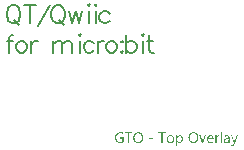
<source format=gto>
G04*
G04 #@! TF.GenerationSoftware,Altium Limited,Altium Designer,22.11.1 (43)*
G04*
G04 Layer_Color=65535*
%FSLAX44Y44*%
%MOMM*%
G71*
G04*
G04 #@! TF.SameCoordinates,218574FE-C399-4EC2-8256-894566C44971*
G04*
G04*
G04 #@! TF.FilePolarity,Positive*
G04*
G01*
G75*
%ADD19C,0.1500*%
G36*
X711144Y464698D02*
X711270Y464690D01*
X711419Y464683D01*
X711576Y464667D01*
X711756Y464643D01*
X711945Y464620D01*
X712141Y464588D01*
X712345Y464549D01*
X712549Y464502D01*
X712753Y464447D01*
X712957Y464384D01*
X713161Y464314D01*
X713350Y464227D01*
X713350Y463074D01*
X713334Y463081D01*
X713302Y463105D01*
X713240Y463136D01*
X713161Y463183D01*
X713051Y463231D01*
X712926Y463293D01*
X712784Y463348D01*
X712620Y463419D01*
X712447Y463482D01*
X712251Y463544D01*
X712039Y463599D01*
X711811Y463646D01*
X711568Y463694D01*
X711317Y463725D01*
X711058Y463749D01*
X710783Y463756D01*
X710720Y463756D01*
X710642Y463749D01*
X710532Y463741D01*
X710406Y463725D01*
X710257Y463701D01*
X710092Y463670D01*
X709912Y463631D01*
X709724Y463576D01*
X709527Y463505D01*
X709323Y463419D01*
X709111Y463317D01*
X708907Y463199D01*
X708711Y463066D01*
X708515Y462901D01*
X708326Y462720D01*
X708319Y462713D01*
X708287Y462673D01*
X708240Y462618D01*
X708177Y462532D01*
X708107Y462430D01*
X708020Y462312D01*
X707934Y462163D01*
X707848Y461998D01*
X707761Y461818D01*
X707675Y461614D01*
X707589Y461394D01*
X707518Y461158D01*
X707455Y460907D01*
X707408Y460640D01*
X707377Y460350D01*
X707369Y460052D01*
X707369Y460044D01*
X707369Y460036D01*
X707369Y460013D01*
X707369Y459981D01*
X707369Y459934D01*
X707377Y459887D01*
X707385Y459769D01*
X707392Y459628D01*
X707416Y459463D01*
X707439Y459283D01*
X707479Y459086D01*
X707526Y458875D01*
X707589Y458655D01*
X707659Y458435D01*
X707746Y458207D01*
X707848Y457988D01*
X707965Y457776D01*
X708099Y457572D01*
X708256Y457383D01*
X708264Y457375D01*
X708295Y457344D01*
X708350Y457297D01*
X708421Y457234D01*
X708507Y457164D01*
X708617Y457077D01*
X708742Y456991D01*
X708892Y456904D01*
X709056Y456810D01*
X709237Y456724D01*
X709433Y456646D01*
X709653Y456567D01*
X709880Y456504D01*
X710132Y456457D01*
X710391Y456426D01*
X710673Y456418D01*
X710775Y456418D01*
X710846Y456426D01*
X710940Y456434D01*
X711042Y456441D01*
X711160Y456449D01*
X711293Y456473D01*
X711427Y456488D01*
X711576Y456520D01*
X711874Y456591D01*
X712031Y456638D01*
X712180Y456700D01*
X712329Y456763D01*
X712478Y456834D01*
X712478Y459338D01*
X710524Y459338D01*
X710524Y460287D01*
X713530Y460287D01*
X713530Y456237D01*
X713514Y456230D01*
X713467Y456206D01*
X713397Y456167D01*
X713295Y456120D01*
X713169Y456065D01*
X713020Y456002D01*
X712847Y455931D01*
X712651Y455861D01*
X712439Y455790D01*
X712204Y455719D01*
X711960Y455657D01*
X711701Y455602D01*
X711427Y455555D01*
X711136Y455515D01*
X710846Y455492D01*
X710540Y455484D01*
X710453Y455484D01*
X710414Y455492D01*
X710359Y455492D01*
X710296Y455500D01*
X710226Y455500D01*
X710061Y455523D01*
X709873Y455547D01*
X709669Y455586D01*
X709441Y455641D01*
X709198Y455704D01*
X708947Y455782D01*
X708688Y455884D01*
X708428Y456002D01*
X708169Y456143D01*
X707918Y456308D01*
X707675Y456496D01*
X707447Y456708D01*
X707432Y456724D01*
X707400Y456763D01*
X707337Y456834D01*
X707267Y456936D01*
X707173Y457054D01*
X707078Y457203D01*
X706969Y457383D01*
X706859Y457579D01*
X706749Y457799D01*
X706639Y458050D01*
X706545Y458317D01*
X706451Y458608D01*
X706380Y458914D01*
X706317Y459251D01*
X706286Y459604D01*
X706270Y459973D01*
X706270Y459981D01*
X706270Y459997D01*
X706270Y460028D01*
X706270Y460067D01*
X706278Y460115D01*
X706278Y460177D01*
X706286Y460240D01*
X706294Y460319D01*
X706301Y460405D01*
X706309Y460491D01*
X706341Y460695D01*
X706380Y460931D01*
X706435Y461174D01*
X706506Y461441D01*
X706592Y461716D01*
X706694Y461998D01*
X706820Y462281D01*
X706976Y462563D01*
X707149Y462846D01*
X707353Y463113D01*
X707581Y463372D01*
X707597Y463387D01*
X707644Y463427D01*
X707714Y463497D01*
X707816Y463584D01*
X707950Y463678D01*
X708099Y463796D01*
X708279Y463913D01*
X708491Y464039D01*
X708719Y464165D01*
X708970Y464282D01*
X709237Y464400D01*
X709535Y464494D01*
X709849Y464580D01*
X710179Y464651D01*
X710532Y464690D01*
X710901Y464706D01*
X711042Y464706D01*
X711144Y464698D01*
X711144Y464698D02*
G37*
G36*
X761344Y462147D02*
X761430Y462140D01*
X761532Y462132D01*
X761650Y462108D01*
X761783Y462085D01*
X761932Y462045D01*
X762082Y461998D01*
X762238Y461943D01*
X762395Y461873D01*
X762560Y461794D01*
X762717Y461692D01*
X762866Y461574D01*
X763016Y461441D01*
X763149Y461292D01*
X763157Y461284D01*
X763180Y461253D01*
X763212Y461205D01*
X763259Y461135D01*
X763306Y461049D01*
X763369Y460947D01*
X763431Y460821D01*
X763494Y460687D01*
X763557Y460531D01*
X763620Y460358D01*
X763683Y460169D01*
X763730Y459966D01*
X763777Y459746D01*
X763808Y459510D01*
X763832Y459259D01*
X763840Y459000D01*
X763840Y458992D01*
X763840Y458984D01*
X763840Y458961D01*
X763840Y458929D01*
X763832Y458843D01*
X763824Y458733D01*
X763816Y458600D01*
X763800Y458443D01*
X763777Y458270D01*
X763745Y458082D01*
X763698Y457886D01*
X763651Y457674D01*
X763588Y457462D01*
X763510Y457250D01*
X763424Y457038D01*
X763322Y456826D01*
X763196Y456630D01*
X763063Y456441D01*
X763055Y456434D01*
X763023Y456402D01*
X762984Y456355D01*
X762921Y456292D01*
X762843Y456222D01*
X762749Y456135D01*
X762631Y456049D01*
X762505Y455963D01*
X762364Y455876D01*
X762199Y455790D01*
X762027Y455704D01*
X761838Y455633D01*
X761634Y455570D01*
X761414Y455523D01*
X761179Y455492D01*
X760936Y455484D01*
X760881Y455484D01*
X760818Y455492D01*
X760732Y455500D01*
X760630Y455515D01*
X760512Y455539D01*
X760378Y455570D01*
X760229Y455617D01*
X760080Y455672D01*
X759923Y455743D01*
X759766Y455829D01*
X759601Y455931D01*
X759444Y456057D01*
X759295Y456198D01*
X759154Y456363D01*
X759020Y456551D01*
X758997Y456551D01*
X758997Y452705D01*
X757977Y452705D01*
X757977Y462006D01*
X758997Y462006D01*
X758997Y460884D01*
X759020Y460884D01*
X759028Y460899D01*
X759060Y460939D01*
X759099Y461002D01*
X759162Y461080D01*
X759240Y461182D01*
X759334Y461284D01*
X759452Y461402D01*
X759578Y461520D01*
X759727Y461637D01*
X759892Y461755D01*
X760072Y461857D01*
X760268Y461959D01*
X760480Y462038D01*
X760716Y462100D01*
X760959Y462140D01*
X761226Y462155D01*
X761281Y462155D01*
X761344Y462147D01*
X761344Y462147D02*
G37*
G36*
X794198Y462108D02*
X794284Y462108D01*
X794379Y462092D01*
X794481Y462077D01*
X794583Y462061D01*
X794669Y462030D01*
X794669Y460970D01*
X794653Y460978D01*
X794622Y461002D01*
X794559Y461033D01*
X794473Y461072D01*
X794355Y461111D01*
X794229Y461143D01*
X794072Y461166D01*
X793892Y461174D01*
X793829Y461174D01*
X793782Y461166D01*
X793727Y461158D01*
X793664Y461143D01*
X793515Y461096D01*
X793429Y461064D01*
X793343Y461025D01*
X793248Y460970D01*
X793154Y460915D01*
X793068Y460844D01*
X792974Y460758D01*
X792887Y460664D01*
X792801Y460554D01*
X792793Y460546D01*
X792785Y460523D01*
X792762Y460491D01*
X792730Y460444D01*
X792699Y460381D01*
X792660Y460303D01*
X792620Y460217D01*
X792581Y460115D01*
X792542Y460005D01*
X792503Y459879D01*
X792463Y459738D01*
X792432Y459589D01*
X792401Y459424D01*
X792377Y459251D01*
X792369Y459071D01*
X792361Y458875D01*
X792361Y455633D01*
X791341Y455633D01*
X791341Y462006D01*
X792361Y462006D01*
X792361Y460687D01*
X792385Y460687D01*
X792385Y460695D01*
X792393Y460719D01*
X792409Y460750D01*
X792424Y460797D01*
X792448Y460852D01*
X792479Y460923D01*
X792550Y461072D01*
X792644Y461245D01*
X792762Y461417D01*
X792895Y461582D01*
X793052Y461739D01*
X793060Y461747D01*
X793076Y461755D01*
X793099Y461771D01*
X793130Y461802D01*
X793170Y461826D01*
X793225Y461857D01*
X793343Y461928D01*
X793492Y461998D01*
X793664Y462061D01*
X793853Y462100D01*
X793955Y462108D01*
X794057Y462116D01*
X794119Y462116D01*
X794198Y462108D01*
X794198Y462108D02*
G37*
G36*
X738504Y458780D02*
X735106Y458780D01*
X735106Y459581D01*
X738504Y459581D01*
X738504Y458780D01*
X738504Y458780D02*
G37*
G36*
X807486Y454613D02*
X807486Y454605D01*
X807478Y454589D01*
X807462Y454566D01*
X807446Y454526D01*
X807431Y454479D01*
X807407Y454432D01*
X807344Y454307D01*
X807258Y454157D01*
X807164Y453985D01*
X807046Y453812D01*
X806913Y453624D01*
X806764Y453443D01*
X806599Y453263D01*
X806418Y453090D01*
X806222Y452941D01*
X806010Y452815D01*
X805900Y452768D01*
X805782Y452721D01*
X805665Y452682D01*
X805539Y452658D01*
X805414Y452643D01*
X805280Y452635D01*
X805217Y452635D01*
X805139Y452643D01*
X805045Y452643D01*
X804943Y452658D01*
X804833Y452674D01*
X804715Y452690D01*
X804613Y452721D01*
X804613Y453632D01*
X804629Y453624D01*
X804668Y453616D01*
X804731Y453600D01*
X804809Y453577D01*
X804903Y453553D01*
X805005Y453537D01*
X805115Y453530D01*
X805217Y453522D01*
X805249Y453522D01*
X805288Y453530D01*
X805343Y453537D01*
X805406Y453553D01*
X805484Y453569D01*
X805563Y453600D01*
X805657Y453639D01*
X805743Y453687D01*
X805845Y453749D01*
X805939Y453820D01*
X806034Y453906D01*
X806128Y454016D01*
X806222Y454134D01*
X806301Y454275D01*
X806379Y454440D01*
X806889Y455641D01*
X804401Y462006D01*
X805531Y462006D01*
X807258Y457101D01*
X807258Y457093D01*
X807266Y457077D01*
X807274Y457054D01*
X807289Y457006D01*
X807305Y456944D01*
X807321Y456857D01*
X807352Y456748D01*
X807384Y456614D01*
X807423Y456614D01*
X807423Y456622D01*
X807431Y456646D01*
X807439Y456677D01*
X807454Y456732D01*
X807470Y456795D01*
X807486Y456873D01*
X807517Y456975D01*
X807548Y457085D01*
X809361Y462006D01*
X810413Y462006D01*
X807486Y454613D01*
X807486Y454613D02*
G37*
G36*
X781044Y455633D02*
X780039Y455633D01*
X777630Y462006D01*
X778744Y462006D01*
X780369Y457375D01*
X780369Y457368D01*
X780377Y457352D01*
X780384Y457328D01*
X780400Y457289D01*
X780416Y457242D01*
X780432Y457195D01*
X780463Y457069D01*
X780502Y456936D01*
X780541Y456787D01*
X780565Y456630D01*
X780589Y456481D01*
X780612Y456481D01*
X780612Y456488D01*
X780612Y456504D01*
X780620Y456528D01*
X780628Y456559D01*
X780628Y456606D01*
X780643Y456653D01*
X780659Y456771D01*
X780691Y456904D01*
X780722Y457046D01*
X780769Y457195D01*
X780816Y457344D01*
X782504Y462006D01*
X783579Y462006D01*
X781044Y455633D01*
X781044Y455633D02*
G37*
G36*
X801270Y462147D02*
X801324Y462147D01*
X801379Y462140D01*
X801450Y462132D01*
X801528Y462116D01*
X801693Y462085D01*
X801890Y462030D01*
X802086Y461959D01*
X802298Y461857D01*
X802510Y461731D01*
X802612Y461661D01*
X802714Y461574D01*
X802808Y461480D01*
X802902Y461386D01*
X802988Y461276D01*
X803067Y461151D01*
X803145Y461025D01*
X803216Y460884D01*
X803271Y460727D01*
X803326Y460562D01*
X803365Y460389D01*
X803397Y460193D01*
X803412Y459997D01*
X803420Y459777D01*
X803420Y455633D01*
X802400Y455633D01*
X802400Y456622D01*
X802376Y456622D01*
X802368Y456606D01*
X802345Y456575D01*
X802306Y456520D01*
X802251Y456441D01*
X802180Y456355D01*
X802094Y456261D01*
X802000Y456159D01*
X801882Y456057D01*
X801748Y455947D01*
X801607Y455845D01*
X801442Y455751D01*
X801270Y455664D01*
X801073Y455586D01*
X800869Y455531D01*
X800649Y455500D01*
X800414Y455484D01*
X800320Y455484D01*
X800257Y455492D01*
X800179Y455500D01*
X800084Y455507D01*
X799982Y455523D01*
X799873Y455547D01*
X799629Y455610D01*
X799511Y455649D01*
X799386Y455696D01*
X799260Y455751D01*
X799143Y455821D01*
X799033Y455900D01*
X798923Y455986D01*
X798915Y455994D01*
X798899Y456010D01*
X798876Y456041D01*
X798837Y456080D01*
X798797Y456128D01*
X798758Y456190D01*
X798703Y456261D01*
X798656Y456339D01*
X798609Y456434D01*
X798562Y456536D01*
X798515Y456646D01*
X798475Y456763D01*
X798436Y456889D01*
X798413Y457022D01*
X798397Y457171D01*
X798389Y457321D01*
X798389Y457328D01*
X798389Y457344D01*
X798389Y457368D01*
X798397Y457399D01*
X798397Y457438D01*
X798405Y457485D01*
X798420Y457603D01*
X798452Y457744D01*
X798499Y457901D01*
X798562Y458074D01*
X798656Y458255D01*
X798766Y458435D01*
X798899Y458615D01*
X798986Y458702D01*
X799072Y458788D01*
X799174Y458875D01*
X799276Y458953D01*
X799394Y459031D01*
X799519Y459102D01*
X799653Y459165D01*
X799802Y459228D01*
X799959Y459283D01*
X800124Y459330D01*
X800304Y459369D01*
X800492Y459400D01*
X802400Y459667D01*
X802400Y459675D01*
X802400Y459683D01*
X802400Y459706D01*
X802400Y459738D01*
X802392Y459816D01*
X802376Y459918D01*
X802361Y460044D01*
X802329Y460185D01*
X802290Y460326D01*
X802235Y460484D01*
X802164Y460633D01*
X802078Y460782D01*
X801976Y460915D01*
X801850Y461041D01*
X801693Y461143D01*
X801521Y461221D01*
X801426Y461253D01*
X801317Y461276D01*
X801207Y461284D01*
X801089Y461292D01*
X801034Y461292D01*
X800979Y461284D01*
X800893Y461276D01*
X800791Y461268D01*
X800673Y461253D01*
X800540Y461229D01*
X800398Y461198D01*
X800241Y461151D01*
X800077Y461104D01*
X799904Y461041D01*
X799723Y460962D01*
X799543Y460868D01*
X799362Y460766D01*
X799182Y460648D01*
X799009Y460507D01*
X799009Y461551D01*
X799017Y461559D01*
X799048Y461574D01*
X799103Y461606D01*
X799174Y461645D01*
X799268Y461692D01*
X799370Y461739D01*
X799496Y461794D01*
X799637Y461857D01*
X799786Y461912D01*
X799951Y461967D01*
X800132Y462014D01*
X800320Y462061D01*
X800524Y462100D01*
X800728Y462132D01*
X800948Y462147D01*
X801175Y462155D01*
X801230Y462155D01*
X801270Y462147D01*
X801270Y462147D02*
G37*
G36*
X796796Y455633D02*
X795776Y455633D01*
X795776Y465067D01*
X796796Y465067D01*
X796796Y455633D01*
X796796Y455633D02*
G37*
G36*
X749241Y463607D02*
X746667Y463607D01*
X746667Y455633D01*
X745623Y455633D01*
X745623Y463607D01*
X743049Y463607D01*
X743049Y464557D01*
X749241Y464557D01*
X749241Y463607D01*
X749241Y463607D02*
G37*
G36*
X720876Y463607D02*
X718302Y463607D01*
X718302Y455633D01*
X717258Y455633D01*
X717258Y463607D01*
X714684Y463607D01*
X714684Y464557D01*
X720876Y464557D01*
X720876Y463607D01*
X720876Y463607D02*
G37*
G36*
X787299Y462147D02*
X787385Y462140D01*
X787495Y462132D01*
X787613Y462116D01*
X787746Y462085D01*
X787888Y462053D01*
X788045Y462014D01*
X788202Y461959D01*
X788359Y461888D01*
X788523Y461810D01*
X788680Y461716D01*
X788829Y461606D01*
X788979Y461480D01*
X789112Y461339D01*
X789120Y461331D01*
X789144Y461300D01*
X789175Y461253D01*
X789222Y461190D01*
X789269Y461111D01*
X789332Y461009D01*
X789395Y460892D01*
X789457Y460758D01*
X789520Y460601D01*
X789583Y460436D01*
X789646Y460248D01*
X789693Y460052D01*
X789740Y459832D01*
X789771Y459604D01*
X789795Y459353D01*
X789803Y459094D01*
X789803Y458561D01*
X785298Y458561D01*
X785298Y458545D01*
X785298Y458513D01*
X785305Y458459D01*
X785313Y458388D01*
X785321Y458294D01*
X785337Y458192D01*
X785353Y458082D01*
X785384Y457956D01*
X785455Y457689D01*
X785502Y457556D01*
X785557Y457415D01*
X785619Y457281D01*
X785690Y457148D01*
X785776Y457030D01*
X785871Y456912D01*
X785878Y456904D01*
X785894Y456889D01*
X785926Y456857D01*
X785973Y456826D01*
X786028Y456779D01*
X786098Y456732D01*
X786177Y456677D01*
X786263Y456630D01*
X786365Y456575D01*
X786483Y456520D01*
X786600Y456473D01*
X786742Y456426D01*
X786883Y456394D01*
X787040Y456363D01*
X787205Y456347D01*
X787377Y456339D01*
X787425Y456339D01*
X787480Y456347D01*
X787558Y456347D01*
X787652Y456363D01*
X787762Y456379D01*
X787888Y456402D01*
X788029Y456426D01*
X788178Y456465D01*
X788335Y456512D01*
X788500Y456567D01*
X788665Y456638D01*
X788837Y456716D01*
X789010Y456810D01*
X789183Y456920D01*
X789355Y457046D01*
X789355Y456088D01*
X789348Y456080D01*
X789316Y456065D01*
X789269Y456033D01*
X789206Y455994D01*
X789120Y455947D01*
X789018Y455900D01*
X788900Y455845D01*
X788767Y455790D01*
X788610Y455727D01*
X788445Y455672D01*
X788264Y455625D01*
X788068Y455578D01*
X787856Y455539D01*
X787629Y455507D01*
X787385Y455492D01*
X787134Y455484D01*
X787071Y455484D01*
X787009Y455492D01*
X786915Y455500D01*
X786797Y455507D01*
X786663Y455531D01*
X786522Y455555D01*
X786365Y455594D01*
X786200Y455641D01*
X786028Y455696D01*
X785847Y455766D01*
X785674Y455845D01*
X785494Y455947D01*
X785329Y456065D01*
X785164Y456198D01*
X785015Y456347D01*
X785007Y456355D01*
X784984Y456386D01*
X784945Y456441D01*
X784897Y456512D01*
X784835Y456598D01*
X784772Y456708D01*
X784701Y456834D01*
X784631Y456983D01*
X784560Y457140D01*
X784489Y457328D01*
X784426Y457524D01*
X784364Y457744D01*
X784317Y457980D01*
X784277Y458231D01*
X784254Y458506D01*
X784246Y458788D01*
X784246Y458796D01*
X784246Y458804D01*
X784246Y458827D01*
X784246Y458851D01*
X784254Y458929D01*
X784262Y459039D01*
X784269Y459165D01*
X784293Y459306D01*
X784317Y459471D01*
X784348Y459651D01*
X784395Y459840D01*
X784450Y460036D01*
X784521Y460240D01*
X784599Y460444D01*
X784693Y460640D01*
X784811Y460844D01*
X784937Y461033D01*
X785086Y461213D01*
X785094Y461221D01*
X785125Y461253D01*
X785172Y461300D01*
X785235Y461362D01*
X785321Y461433D01*
X785423Y461512D01*
X785533Y461598D01*
X785667Y461684D01*
X785808Y461771D01*
X785973Y461857D01*
X786145Y461935D01*
X786326Y462006D01*
X786522Y462069D01*
X786734Y462116D01*
X786954Y462147D01*
X787181Y462155D01*
X787236Y462155D01*
X787299Y462147D01*
X787299Y462147D02*
G37*
G36*
X772975Y464698D02*
X773030Y464698D01*
X773085Y464690D01*
X773156Y464690D01*
X773313Y464667D01*
X773493Y464643D01*
X773697Y464604D01*
X773917Y464549D01*
X774145Y464486D01*
X774388Y464400D01*
X774631Y464298D01*
X774883Y464180D01*
X775134Y464039D01*
X775369Y463874D01*
X775605Y463678D01*
X775824Y463458D01*
X775840Y463442D01*
X775872Y463403D01*
X775926Y463332D01*
X776005Y463231D01*
X776083Y463105D01*
X776185Y462956D01*
X776287Y462783D01*
X776389Y462587D01*
X776491Y462359D01*
X776593Y462116D01*
X776696Y461849D01*
X776782Y461559D01*
X776852Y461245D01*
X776908Y460915D01*
X776939Y460570D01*
X776955Y460201D01*
X776955Y460193D01*
X776955Y460177D01*
X776955Y460146D01*
X776955Y460107D01*
X776947Y460052D01*
X776947Y459989D01*
X776939Y459918D01*
X776939Y459840D01*
X776931Y459753D01*
X776923Y459659D01*
X776892Y459447D01*
X776860Y459204D01*
X776813Y458953D01*
X776750Y458678D01*
X776672Y458396D01*
X776578Y458113D01*
X776468Y457823D01*
X776335Y457540D01*
X776178Y457258D01*
X775997Y456999D01*
X775793Y456748D01*
X775777Y456732D01*
X775738Y456693D01*
X775675Y456630D01*
X775581Y456551D01*
X775463Y456457D01*
X775322Y456347D01*
X775165Y456237D01*
X774977Y456120D01*
X774765Y456002D01*
X774529Y455884D01*
X774278Y455774D01*
X774004Y455680D01*
X773705Y455602D01*
X773391Y455539D01*
X773054Y455500D01*
X772701Y455484D01*
X772614Y455484D01*
X772575Y455492D01*
X772520Y455492D01*
X772457Y455500D01*
X772387Y455507D01*
X772222Y455523D01*
X772041Y455547D01*
X771829Y455586D01*
X771610Y455641D01*
X771366Y455704D01*
X771123Y455790D01*
X770872Y455892D01*
X770613Y456010D01*
X770362Y456151D01*
X770118Y456324D01*
X769875Y456512D01*
X769655Y456732D01*
X769640Y456748D01*
X769608Y456787D01*
X769553Y456857D01*
X769475Y456959D01*
X769389Y457085D01*
X769294Y457234D01*
X769192Y457407D01*
X769090Y457611D01*
X768980Y457831D01*
X768878Y458074D01*
X768784Y458341D01*
X768698Y458631D01*
X768619Y458945D01*
X768564Y459275D01*
X768533Y459620D01*
X768517Y459989D01*
X768517Y459997D01*
X768517Y460013D01*
X768517Y460044D01*
X768517Y460083D01*
X768525Y460138D01*
X768525Y460193D01*
X768533Y460264D01*
X768533Y460342D01*
X768541Y460429D01*
X768557Y460531D01*
X768580Y460735D01*
X768612Y460970D01*
X768667Y461221D01*
X768721Y461496D01*
X768800Y461771D01*
X768894Y462053D01*
X769004Y462344D01*
X769137Y462626D01*
X769294Y462901D01*
X769475Y463168D01*
X769679Y463419D01*
X769695Y463434D01*
X769734Y463474D01*
X769797Y463537D01*
X769891Y463623D01*
X770009Y463717D01*
X770158Y463827D01*
X770322Y463945D01*
X770511Y464062D01*
X770731Y464180D01*
X770966Y464298D01*
X771225Y464408D01*
X771508Y464502D01*
X771814Y464588D01*
X772135Y464651D01*
X772481Y464690D01*
X772850Y464706D01*
X772928Y464706D01*
X772975Y464698D01*
X772975Y464698D02*
G37*
G36*
X753456Y462147D02*
X753558Y462140D01*
X753676Y462132D01*
X753817Y462108D01*
X753966Y462085D01*
X754131Y462045D01*
X754311Y461998D01*
X754492Y461943D01*
X754672Y461873D01*
X754861Y461786D01*
X755041Y461684D01*
X755222Y461567D01*
X755387Y461433D01*
X755544Y461276D01*
X755551Y461268D01*
X755575Y461237D01*
X755614Y461182D01*
X755669Y461111D01*
X755732Y461025D01*
X755795Y460915D01*
X755873Y460790D01*
X755944Y460640D01*
X756022Y460476D01*
X756093Y460295D01*
X756156Y460099D01*
X756219Y459879D01*
X756273Y459644D01*
X756313Y459393D01*
X756336Y459126D01*
X756344Y458843D01*
X756344Y458835D01*
X756344Y458827D01*
X756344Y458804D01*
X756344Y458773D01*
X756336Y458694D01*
X756329Y458592D01*
X756321Y458459D01*
X756297Y458309D01*
X756273Y458145D01*
X756234Y457964D01*
X756187Y457776D01*
X756132Y457572D01*
X756062Y457368D01*
X755983Y457164D01*
X755881Y456959D01*
X755763Y456763D01*
X755630Y456575D01*
X755481Y456394D01*
X755473Y456386D01*
X755442Y456355D01*
X755395Y456308D01*
X755324Y456253D01*
X755238Y456182D01*
X755135Y456104D01*
X755010Y456026D01*
X754869Y455939D01*
X754712Y455853D01*
X754539Y455774D01*
X754351Y455696D01*
X754146Y455625D01*
X753919Y455570D01*
X753683Y455523D01*
X753440Y455492D01*
X753173Y455484D01*
X753111Y455484D01*
X753040Y455492D01*
X752938Y455500D01*
X752820Y455507D01*
X752679Y455531D01*
X752530Y455555D01*
X752365Y455594D01*
X752184Y455641D01*
X752004Y455704D01*
X751815Y455774D01*
X751627Y455861D01*
X751439Y455963D01*
X751250Y456080D01*
X751078Y456214D01*
X750913Y456371D01*
X750905Y456379D01*
X750874Y456410D01*
X750834Y456465D01*
X750779Y456536D01*
X750717Y456622D01*
X750646Y456732D01*
X750575Y456857D01*
X750497Y457006D01*
X750418Y457164D01*
X750340Y457344D01*
X750269Y457540D01*
X750207Y457752D01*
X750152Y457972D01*
X750112Y458215D01*
X750081Y458474D01*
X750073Y458741D01*
X750073Y458749D01*
X750073Y458757D01*
X750073Y458780D01*
X750073Y458812D01*
X750081Y458898D01*
X750089Y459008D01*
X750097Y459141D01*
X750120Y459298D01*
X750144Y459471D01*
X750183Y459659D01*
X750230Y459856D01*
X750285Y460060D01*
X750356Y460271D01*
X750442Y460484D01*
X750544Y460687D01*
X750654Y460884D01*
X750787Y461072D01*
X750944Y461253D01*
X750952Y461260D01*
X750984Y461292D01*
X751039Y461339D01*
X751109Y461394D01*
X751196Y461465D01*
X751305Y461535D01*
X751431Y461622D01*
X751572Y461708D01*
X751729Y461786D01*
X751910Y461873D01*
X752106Y461943D01*
X752318Y462014D01*
X752545Y462069D01*
X752789Y462116D01*
X753048Y462147D01*
X753322Y462155D01*
X753385Y462155D01*
X753456Y462147D01*
X753456Y462147D02*
G37*
G36*
X726151Y464698D02*
X726206Y464698D01*
X726261Y464690D01*
X726331Y464690D01*
X726488Y464667D01*
X726669Y464643D01*
X726873Y464604D01*
X727092Y464549D01*
X727320Y464486D01*
X727563Y464400D01*
X727807Y464298D01*
X728058Y464180D01*
X728309Y464039D01*
X728544Y463874D01*
X728780Y463678D01*
X729000Y463458D01*
X729015Y463442D01*
X729047Y463403D01*
X729102Y463332D01*
X729180Y463231D01*
X729259Y463105D01*
X729361Y462956D01*
X729463Y462783D01*
X729565Y462587D01*
X729667Y462359D01*
X729769Y462116D01*
X729871Y461849D01*
X729957Y461559D01*
X730028Y461245D01*
X730083Y460915D01*
X730114Y460570D01*
X730130Y460201D01*
X730130Y460193D01*
X730130Y460177D01*
X730130Y460146D01*
X730130Y460107D01*
X730122Y460052D01*
X730122Y459989D01*
X730114Y459918D01*
X730114Y459840D01*
X730106Y459753D01*
X730098Y459659D01*
X730067Y459447D01*
X730036Y459204D01*
X729989Y458953D01*
X729926Y458678D01*
X729847Y458396D01*
X729753Y458113D01*
X729643Y457823D01*
X729510Y457540D01*
X729353Y457258D01*
X729172Y456999D01*
X728968Y456748D01*
X728952Y456732D01*
X728913Y456693D01*
X728850Y456630D01*
X728756Y456551D01*
X728639Y456457D01*
X728497Y456347D01*
X728340Y456237D01*
X728152Y456120D01*
X727940Y456002D01*
X727705Y455884D01*
X727454Y455774D01*
X727179Y455680D01*
X726880Y455602D01*
X726567Y455539D01*
X726229Y455500D01*
X725876Y455484D01*
X725790Y455484D01*
X725750Y455492D01*
X725695Y455492D01*
X725633Y455500D01*
X725562Y455507D01*
X725397Y455523D01*
X725217Y455547D01*
X725005Y455586D01*
X724785Y455641D01*
X724542Y455704D01*
X724298Y455790D01*
X724047Y455892D01*
X723788Y456010D01*
X723537Y456151D01*
X723294Y456324D01*
X723050Y456512D01*
X722831Y456732D01*
X722815Y456748D01*
X722784Y456787D01*
X722729Y456857D01*
X722650Y456959D01*
X722564Y457085D01*
X722470Y457234D01*
X722368Y457407D01*
X722265Y457611D01*
X722156Y457831D01*
X722054Y458074D01*
X721959Y458341D01*
X721873Y458631D01*
X721795Y458945D01*
X721740Y459275D01*
X721708Y459620D01*
X721693Y459989D01*
X721693Y459997D01*
X721693Y460013D01*
X721693Y460044D01*
X721693Y460083D01*
X721700Y460138D01*
X721700Y460193D01*
X721708Y460264D01*
X721708Y460342D01*
X721716Y460429D01*
X721732Y460531D01*
X721755Y460735D01*
X721787Y460970D01*
X721842Y461221D01*
X721897Y461496D01*
X721975Y461771D01*
X722069Y462053D01*
X722179Y462344D01*
X722313Y462626D01*
X722470Y462901D01*
X722650Y463168D01*
X722854Y463419D01*
X722870Y463434D01*
X722909Y463474D01*
X722972Y463537D01*
X723066Y463623D01*
X723184Y463717D01*
X723333Y463827D01*
X723498Y463945D01*
X723686Y464062D01*
X723906Y464180D01*
X724141Y464298D01*
X724400Y464408D01*
X724683Y464502D01*
X724989Y464588D01*
X725311Y464651D01*
X725656Y464690D01*
X726025Y464706D01*
X726104Y464706D01*
X726151Y464698D01*
X726151Y464698D02*
G37*
%LPC*%
G36*
X760975Y461292D02*
X760889Y461292D01*
X760826Y461284D01*
X760747Y461276D01*
X760661Y461260D01*
X760567Y461237D01*
X760457Y461213D01*
X760347Y461182D01*
X760229Y461143D01*
X760111Y461088D01*
X759994Y461033D01*
X759876Y460962D01*
X759758Y460876D01*
X759641Y460782D01*
X759538Y460672D01*
X759531Y460664D01*
X759515Y460640D01*
X759491Y460609D01*
X759452Y460562D01*
X759413Y460499D01*
X759366Y460429D01*
X759319Y460342D01*
X759272Y460248D01*
X759217Y460138D01*
X759170Y460020D01*
X759123Y459895D01*
X759083Y459753D01*
X759044Y459604D01*
X759020Y459455D01*
X759005Y459291D01*
X758997Y459118D01*
X758997Y458231D01*
X758997Y458223D01*
X758997Y458200D01*
X758997Y458152D01*
X759005Y458097D01*
X759013Y458027D01*
X759020Y457948D01*
X759036Y457862D01*
X759060Y457768D01*
X759123Y457556D01*
X759162Y457446D01*
X759209Y457328D01*
X759272Y457218D01*
X759342Y457101D01*
X759421Y456991D01*
X759507Y456889D01*
X759515Y456881D01*
X759531Y456865D01*
X759562Y456842D01*
X759601Y456802D01*
X759648Y456763D01*
X759711Y456716D01*
X759782Y456669D01*
X759868Y456614D01*
X759955Y456567D01*
X760057Y456512D01*
X760166Y456465D01*
X760276Y456426D01*
X760402Y456386D01*
X760535Y456363D01*
X760677Y456347D01*
X760818Y456339D01*
X760857Y456339D01*
X760904Y456347D01*
X760975Y456347D01*
X761046Y456363D01*
X761140Y456379D01*
X761242Y456402D01*
X761344Y456426D01*
X761461Y456465D01*
X761579Y456512D01*
X761697Y456567D01*
X761823Y456638D01*
X761940Y456716D01*
X762058Y456810D01*
X762168Y456920D01*
X762270Y457046D01*
X762278Y457054D01*
X762293Y457077D01*
X762317Y457116D01*
X762356Y457179D01*
X762395Y457250D01*
X762435Y457336D01*
X762482Y457446D01*
X762537Y457564D01*
X762584Y457697D01*
X762631Y457846D01*
X762670Y458003D01*
X762717Y458184D01*
X762749Y458372D01*
X762772Y458576D01*
X762788Y458796D01*
X762796Y459024D01*
X762796Y459039D01*
X762796Y459071D01*
X762796Y459126D01*
X762788Y459196D01*
X762780Y459291D01*
X762772Y459393D01*
X762757Y459502D01*
X762733Y459628D01*
X762678Y459895D01*
X762639Y460036D01*
X762584Y460169D01*
X762529Y460311D01*
X762466Y460444D01*
X762388Y460570D01*
X762301Y460687D01*
X762293Y460695D01*
X762278Y460711D01*
X762254Y460742D01*
X762215Y460782D01*
X762160Y460829D01*
X762105Y460876D01*
X762034Y460931D01*
X761956Y460994D01*
X761862Y461049D01*
X761768Y461104D01*
X761658Y461151D01*
X761540Y461198D01*
X761406Y461237D01*
X761273Y461268D01*
X761132Y461284D01*
X760975Y461292D01*
X760975Y461292D02*
G37*
G36*
X802400Y458851D02*
X800861Y458639D01*
X800854Y458639D01*
X800830Y458631D01*
X800791Y458631D01*
X800744Y458623D01*
X800689Y458608D01*
X800618Y458592D01*
X800461Y458561D01*
X800288Y458513D01*
X800116Y458451D01*
X799943Y458372D01*
X799865Y458333D01*
X799794Y458286D01*
X799778Y458270D01*
X799739Y458239D01*
X799676Y458176D01*
X799613Y458082D01*
X799551Y457956D01*
X799519Y457886D01*
X799488Y457807D01*
X799464Y457721D01*
X799449Y457619D01*
X799441Y457517D01*
X799433Y457399D01*
X799433Y457391D01*
X799433Y457375D01*
X799433Y457352D01*
X799441Y457321D01*
X799449Y457234D01*
X799472Y457124D01*
X799511Y457006D01*
X799574Y456873D01*
X799653Y456748D01*
X799763Y456630D01*
X799771Y456630D01*
X799778Y456614D01*
X799825Y456583D01*
X799896Y456536D01*
X799998Y456488D01*
X800132Y456434D01*
X800281Y456386D01*
X800461Y456355D01*
X800657Y456339D01*
X800728Y456339D01*
X800783Y456347D01*
X800846Y456355D01*
X800924Y456371D01*
X801003Y456386D01*
X801097Y456410D01*
X801293Y456473D01*
X801395Y456512D01*
X801505Y456567D01*
X801607Y456630D01*
X801709Y456700D01*
X801811Y456779D01*
X801905Y456873D01*
X801913Y456881D01*
X801929Y456897D01*
X801952Y456928D01*
X801984Y456967D01*
X802023Y457022D01*
X802062Y457085D01*
X802109Y457156D01*
X802156Y457242D01*
X802196Y457336D01*
X802243Y457438D01*
X802282Y457548D01*
X802321Y457666D01*
X802353Y457791D01*
X802376Y457925D01*
X802392Y458066D01*
X802400Y458215D01*
X802400Y458851D01*
X802400Y458851D02*
G37*
G36*
X787166Y461292D02*
X787095Y461292D01*
X787048Y461284D01*
X786985Y461276D01*
X786907Y461268D01*
X786828Y461253D01*
X786742Y461229D01*
X786546Y461166D01*
X786443Y461127D01*
X786341Y461072D01*
X786239Y461017D01*
X786130Y460947D01*
X786035Y460868D01*
X785933Y460774D01*
X785926Y460766D01*
X785910Y460750D01*
X785886Y460719D01*
X785855Y460680D01*
X785816Y460625D01*
X785769Y460570D01*
X785722Y460491D01*
X785667Y460413D01*
X785612Y460319D01*
X785564Y460217D01*
X785510Y460107D01*
X785462Y459989D01*
X785415Y459856D01*
X785376Y459722D01*
X785337Y459573D01*
X785313Y459424D01*
X788759Y459424D01*
X788759Y459432D01*
X788759Y459463D01*
X788759Y459510D01*
X788751Y459573D01*
X788743Y459644D01*
X788735Y459730D01*
X788720Y459824D01*
X788704Y459926D01*
X788649Y460146D01*
X788570Y460381D01*
X788523Y460491D01*
X788468Y460601D01*
X788406Y460703D01*
X788327Y460797D01*
X788319Y460805D01*
X788311Y460821D01*
X788288Y460844D01*
X788249Y460876D01*
X788210Y460915D01*
X788155Y460954D01*
X788100Y461002D01*
X788029Y461049D01*
X787951Y461088D01*
X787864Y461135D01*
X787762Y461174D01*
X787660Y461213D01*
X787550Y461245D01*
X787432Y461268D01*
X787299Y461284D01*
X787166Y461292D01*
X787166Y461292D02*
G37*
G36*
X772771Y463756D02*
X772709Y463756D01*
X772638Y463749D01*
X772536Y463741D01*
X772418Y463725D01*
X772277Y463701D01*
X772128Y463670D01*
X771963Y463631D01*
X771782Y463576D01*
X771594Y463513D01*
X771406Y463427D01*
X771217Y463332D01*
X771021Y463215D01*
X770841Y463081D01*
X770660Y462924D01*
X770487Y462744D01*
X770480Y462736D01*
X770448Y462697D01*
X770409Y462642D01*
X770354Y462563D01*
X770283Y462461D01*
X770213Y462336D01*
X770134Y462195D01*
X770056Y462030D01*
X769969Y461849D01*
X769891Y461645D01*
X769820Y461425D01*
X769750Y461190D01*
X769695Y460939D01*
X769655Y460664D01*
X769624Y460381D01*
X769616Y460075D01*
X769616Y460067D01*
X769616Y460060D01*
X769616Y460036D01*
X769616Y460005D01*
X769616Y459966D01*
X769624Y459918D01*
X769632Y459801D01*
X769640Y459659D01*
X769663Y459502D01*
X769687Y459322D01*
X769726Y459126D01*
X769765Y458922D01*
X769828Y458702D01*
X769891Y458482D01*
X769977Y458262D01*
X770071Y458042D01*
X770189Y457823D01*
X770322Y457619D01*
X770472Y457422D01*
X770480Y457415D01*
X770511Y457383D01*
X770558Y457328D01*
X770629Y457266D01*
X770715Y457187D01*
X770817Y457109D01*
X770935Y457014D01*
X771068Y456920D01*
X771225Y456826D01*
X771390Y456740D01*
X771578Y456653D01*
X771775Y456575D01*
X771986Y456512D01*
X772214Y456465D01*
X772449Y456426D01*
X772701Y456418D01*
X772763Y456418D01*
X772842Y456426D01*
X772944Y456434D01*
X773070Y456449D01*
X773211Y456465D01*
X773368Y456496D01*
X773540Y456536D01*
X773721Y456591D01*
X773909Y456653D01*
X774106Y456732D01*
X774294Y456826D01*
X774490Y456928D01*
X774671Y457062D01*
X774851Y457211D01*
X775016Y457375D01*
X775024Y457383D01*
X775055Y457422D01*
X775095Y457477D01*
X775149Y457556D01*
X775212Y457650D01*
X775283Y457768D01*
X775361Y457909D01*
X775440Y458074D01*
X775518Y458255D01*
X775597Y458451D01*
X775667Y458670D01*
X775730Y458914D01*
X775785Y459173D01*
X775824Y459447D01*
X775856Y459746D01*
X775864Y460060D01*
X775864Y460067D01*
X775864Y460083D01*
X775864Y460107D01*
X775864Y460138D01*
X775864Y460177D01*
X775856Y460232D01*
X775848Y460350D01*
X775840Y460499D01*
X775816Y460672D01*
X775793Y460860D01*
X775762Y461064D01*
X775714Y461276D01*
X775660Y461504D01*
X775597Y461731D01*
X775518Y461959D01*
X775424Y462179D01*
X775314Y462398D01*
X775189Y462603D01*
X775040Y462791D01*
X775032Y462799D01*
X775000Y462830D01*
X774953Y462877D01*
X774890Y462940D01*
X774804Y463019D01*
X774702Y463097D01*
X774584Y463183D01*
X774451Y463278D01*
X774294Y463364D01*
X774121Y463450D01*
X773941Y463537D01*
X773737Y463607D01*
X773517Y463670D01*
X773281Y463717D01*
X773038Y463749D01*
X772771Y463756D01*
X772771Y463756D02*
G37*
G36*
X753244Y461292D02*
X753205Y461292D01*
X753150Y461284D01*
X753079Y461284D01*
X753001Y461268D01*
X752906Y461260D01*
X752797Y461237D01*
X752679Y461205D01*
X752561Y461174D01*
X752436Y461127D01*
X752302Y461072D01*
X752177Y461009D01*
X752043Y460931D01*
X751917Y460844D01*
X751800Y460742D01*
X751690Y460625D01*
X751682Y460617D01*
X751666Y460593D01*
X751635Y460554D01*
X751604Y460499D01*
X751556Y460436D01*
X751509Y460350D01*
X751454Y460256D01*
X751407Y460146D01*
X751352Y460020D01*
X751298Y459879D01*
X751250Y459730D01*
X751203Y459565D01*
X751172Y459385D01*
X751141Y459196D01*
X751125Y458992D01*
X751117Y458780D01*
X751117Y458765D01*
X751117Y458733D01*
X751125Y458670D01*
X751125Y458592D01*
X751133Y458498D01*
X751148Y458388D01*
X751164Y458262D01*
X751188Y458129D01*
X751219Y457988D01*
X751258Y457846D01*
X751305Y457697D01*
X751360Y457548D01*
X751423Y457399D01*
X751502Y457258D01*
X751588Y457116D01*
X751690Y456991D01*
X751698Y456983D01*
X751713Y456959D01*
X751753Y456928D01*
X751800Y456889D01*
X751855Y456842D01*
X751925Y456787D01*
X752012Y456724D01*
X752106Y456669D01*
X752208Y456606D01*
X752326Y456544D01*
X752451Y456488D01*
X752592Y456441D01*
X752742Y456402D01*
X752899Y456371D01*
X753063Y456347D01*
X753244Y456339D01*
X753291Y456339D01*
X753338Y456347D01*
X753409Y456347D01*
X753487Y456363D01*
X753581Y456371D01*
X753691Y456394D01*
X753809Y456418D01*
X753927Y456449D01*
X754052Y456496D01*
X754178Y456544D01*
X754304Y456606D01*
X754429Y456677D01*
X754547Y456763D01*
X754665Y456865D01*
X754767Y456975D01*
X754774Y456983D01*
X754790Y457006D01*
X754814Y457046D01*
X754853Y457093D01*
X754892Y457164D01*
X754939Y457242D01*
X754986Y457336D01*
X755033Y457446D01*
X755080Y457572D01*
X755135Y457705D01*
X755175Y457854D01*
X755214Y458019D01*
X755253Y458192D01*
X755277Y458388D01*
X755292Y458592D01*
X755300Y458804D01*
X755300Y458820D01*
X755300Y458859D01*
X755300Y458922D01*
X755292Y459000D01*
X755285Y459102D01*
X755269Y459212D01*
X755253Y459345D01*
X755238Y459479D01*
X755167Y459777D01*
X755128Y459926D01*
X755073Y460083D01*
X755018Y460232D01*
X754939Y460374D01*
X754861Y460515D01*
X754767Y460640D01*
X754759Y460648D01*
X754743Y460672D01*
X754712Y460703D01*
X754665Y460742D01*
X754610Y460790D01*
X754547Y460844D01*
X754468Y460907D01*
X754374Y460970D01*
X754272Y461025D01*
X754162Y461088D01*
X754037Y461143D01*
X753903Y461190D01*
X753754Y461229D01*
X753597Y461260D01*
X753425Y461284D01*
X753244Y461292D01*
X753244Y461292D02*
G37*
G36*
X725947Y463756D02*
X725884Y463756D01*
X725813Y463749D01*
X725711Y463741D01*
X725593Y463725D01*
X725452Y463701D01*
X725303Y463670D01*
X725138Y463631D01*
X724958Y463576D01*
X724769Y463513D01*
X724581Y463427D01*
X724392Y463332D01*
X724196Y463215D01*
X724016Y463081D01*
X723835Y462924D01*
X723663Y462744D01*
X723655Y462736D01*
X723623Y462697D01*
X723584Y462642D01*
X723529Y462563D01*
X723458Y462461D01*
X723388Y462336D01*
X723309Y462195D01*
X723231Y462030D01*
X723145Y461849D01*
X723066Y461645D01*
X722996Y461425D01*
X722925Y461190D01*
X722870Y460939D01*
X722831Y460664D01*
X722799Y460381D01*
X722791Y460075D01*
X722791Y460067D01*
X722791Y460060D01*
X722791Y460036D01*
X722791Y460005D01*
X722791Y459966D01*
X722799Y459918D01*
X722807Y459801D01*
X722815Y459659D01*
X722839Y459502D01*
X722862Y459322D01*
X722901Y459126D01*
X722941Y458922D01*
X723003Y458702D01*
X723066Y458482D01*
X723152Y458262D01*
X723247Y458042D01*
X723364Y457823D01*
X723498Y457619D01*
X723647Y457422D01*
X723655Y457415D01*
X723686Y457383D01*
X723733Y457328D01*
X723804Y457266D01*
X723890Y457187D01*
X723992Y457109D01*
X724110Y457014D01*
X724243Y456920D01*
X724400Y456826D01*
X724565Y456740D01*
X724753Y456653D01*
X724950Y456575D01*
X725162Y456512D01*
X725389Y456465D01*
X725625Y456426D01*
X725876Y456418D01*
X725939Y456418D01*
X726017Y456426D01*
X726119Y456434D01*
X726245Y456449D01*
X726386Y456465D01*
X726543Y456496D01*
X726716Y456536D01*
X726896Y456591D01*
X727085Y456653D01*
X727281Y456732D01*
X727469Y456826D01*
X727665Y456928D01*
X727846Y457062D01*
X728026Y457211D01*
X728191Y457375D01*
X728199Y457383D01*
X728231Y457422D01*
X728270Y457477D01*
X728325Y457556D01*
X728387Y457650D01*
X728458Y457768D01*
X728537Y457909D01*
X728615Y458074D01*
X728693Y458255D01*
X728772Y458451D01*
X728843Y458670D01*
X728905Y458914D01*
X728960Y459173D01*
X729000Y459447D01*
X729031Y459746D01*
X729039Y460060D01*
X729039Y460067D01*
X729039Y460083D01*
X729039Y460107D01*
X729039Y460138D01*
X729039Y460177D01*
X729031Y460232D01*
X729023Y460350D01*
X729015Y460499D01*
X728992Y460672D01*
X728968Y460860D01*
X728937Y461064D01*
X728890Y461276D01*
X728835Y461504D01*
X728772Y461731D01*
X728693Y461959D01*
X728599Y462179D01*
X728490Y462398D01*
X728364Y462603D01*
X728215Y462791D01*
X728207Y462799D01*
X728176Y462830D01*
X728128Y462877D01*
X728066Y462940D01*
X727979Y463019D01*
X727877Y463097D01*
X727760Y463183D01*
X727626Y463278D01*
X727469Y463364D01*
X727297Y463450D01*
X727116Y463537D01*
X726912Y463607D01*
X726692Y463670D01*
X726457Y463717D01*
X726213Y463749D01*
X725947Y463756D01*
X725947Y463756D02*
G37*
%LPD*%
D19*
X616742Y532100D02*
X616742Y544240D01*
X617457Y546383D01*
X618885Y547097D01*
X620313Y547097D01*
X619599Y542098D02*
X614600Y542098D01*
X624598Y541384D02*
X623170Y539955D01*
X622455Y537813D01*
X622455Y536385D01*
X623170Y534243D01*
X624598Y532814D01*
X626026Y532100D01*
X628169Y532100D01*
X629597Y532814D01*
X631025Y534243D01*
X631739Y536385D01*
X631739Y537813D01*
X631025Y539955D01*
X629597Y541384D01*
X628169Y542098D01*
X626026Y542098D01*
X624598Y541384D01*
X625312Y555672D02*
X621027Y559957D01*
X624598Y559243D02*
X625312Y560671D01*
X626026Y562813D01*
X626026Y566384D01*
X625312Y568526D01*
X624598Y569954D01*
X623170Y571383D01*
X621741Y572097D01*
X618885Y572097D01*
X617457Y571383D01*
X616028Y569954D01*
X615314Y568526D01*
X614600Y566384D01*
X614600Y562813D01*
X615314Y560671D01*
X616028Y559243D01*
X617457Y557814D01*
X618885Y557100D01*
X621741Y557100D01*
X623170Y557814D01*
X624598Y559243D01*
X629525Y572097D02*
X639523Y572097D01*
X651306Y572097D02*
X641309Y554958D01*
X640737Y542098D02*
X638595Y542098D01*
X637167Y541384D01*
X635738Y539955D01*
X635024Y537813D01*
X635024Y542098D02*
X635024Y532100D01*
X653877Y532100D02*
X653877Y542098D01*
X653877Y539241D02*
X656020Y541384D01*
X657448Y542098D01*
X659590Y542098D01*
X661019Y541384D01*
X661733Y539241D01*
X661733Y532100D01*
X669588Y532100D02*
X669588Y539241D01*
X668874Y541384D01*
X667446Y542098D01*
X665303Y542098D01*
X663875Y541384D01*
X661733Y539241D01*
X676444Y542098D02*
X676444Y532100D01*
X681943Y532814D02*
X683371Y532100D01*
X685513Y532100D01*
X686942Y532814D01*
X688370Y534243D01*
X688370Y539955D02*
X686942Y541384D01*
X685513Y542098D01*
X683371Y542098D01*
X681943Y541384D01*
X680515Y539955D01*
X679800Y537813D01*
X679800Y536385D01*
X680515Y534243D01*
X681943Y532814D01*
X691583Y532100D02*
X691583Y542098D01*
X692298Y539955D02*
X693726Y541384D01*
X695154Y542098D01*
X697297Y542098D01*
X700796Y541384D02*
X699368Y539955D01*
X698653Y537813D01*
X698653Y536385D01*
X699368Y534243D01*
X700796Y532814D01*
X702224Y532100D01*
X704367Y532100D01*
X705795Y532814D01*
X707223Y534243D01*
X707937Y536385D01*
X707937Y537813D01*
X707223Y539955D01*
X705795Y541384D01*
X704367Y542098D01*
X702224Y542098D01*
X700796Y541384D01*
X692298Y539955D02*
X691583Y537813D01*
X689798Y557100D02*
X689798Y567098D01*
X689798Y571383D02*
X690512Y572097D01*
X689798Y572811D01*
X689084Y572097D01*
X689798Y571383D01*
X695297Y566384D02*
X693869Y564956D01*
X693155Y562813D01*
X693155Y561385D01*
X693869Y559243D01*
X695297Y557814D01*
X696725Y557100D01*
X698868Y557100D01*
X700296Y557814D01*
X701724Y559243D01*
X701724Y564956D02*
X700296Y566384D01*
X698868Y567098D01*
X696725Y567098D01*
X695297Y566384D01*
X715935Y547097D02*
X715935Y532100D01*
X717364Y532814D02*
X715935Y534243D01*
X711936Y533528D02*
X711222Y532814D01*
X711936Y532100D01*
X712650Y532814D01*
X711936Y533528D01*
X711936Y540670D02*
X712650Y541384D01*
X711936Y542098D01*
X711222Y541384D01*
X711936Y540670D01*
X715935Y539955D02*
X717364Y541384D01*
X718792Y542098D01*
X720934Y542098D01*
X722363Y541384D01*
X723791Y539955D01*
X724505Y537813D01*
X724505Y536385D01*
X723791Y534243D01*
X722363Y532814D01*
X720934Y532100D01*
X718792Y532100D01*
X717364Y532814D01*
X729861Y532100D02*
X729861Y542098D01*
X733217Y542098D02*
X738216Y542098D01*
X737502Y532100D02*
X738931Y532100D01*
X737502Y532100D02*
X736074Y532814D01*
X735360Y534957D01*
X735360Y547097D01*
X730575Y547097D02*
X729861Y547811D01*
X729147Y547097D01*
X729861Y546383D01*
X730575Y547097D01*
X684299Y567098D02*
X684299Y557100D01*
X675801Y557100D02*
X672945Y567098D01*
X670088Y557100D01*
X667232Y567098D01*
X663732Y566384D02*
X663018Y568526D01*
X662304Y569954D01*
X660876Y571383D01*
X659448Y572097D01*
X656591Y572097D01*
X655163Y571383D01*
X653735Y569954D01*
X653020Y568526D01*
X652306Y566384D01*
X652306Y562813D01*
X653020Y560671D01*
X653735Y559243D01*
X655163Y557814D01*
X656591Y557100D01*
X659448Y557100D01*
X660876Y557814D01*
X662304Y559243D01*
X663018Y560671D01*
X663732Y562813D01*
X663732Y566384D01*
X678658Y567098D02*
X675801Y557100D01*
X676444Y547811D02*
X675730Y547097D01*
X676444Y546383D01*
X677158Y547097D01*
X676444Y547811D01*
X663018Y555672D02*
X658733Y559957D01*
X683585Y572097D02*
X684299Y571383D01*
X685014Y572097D01*
X684299Y572811D01*
X683585Y572097D01*
X634524Y572097D02*
X634524Y557100D01*
M02*

</source>
